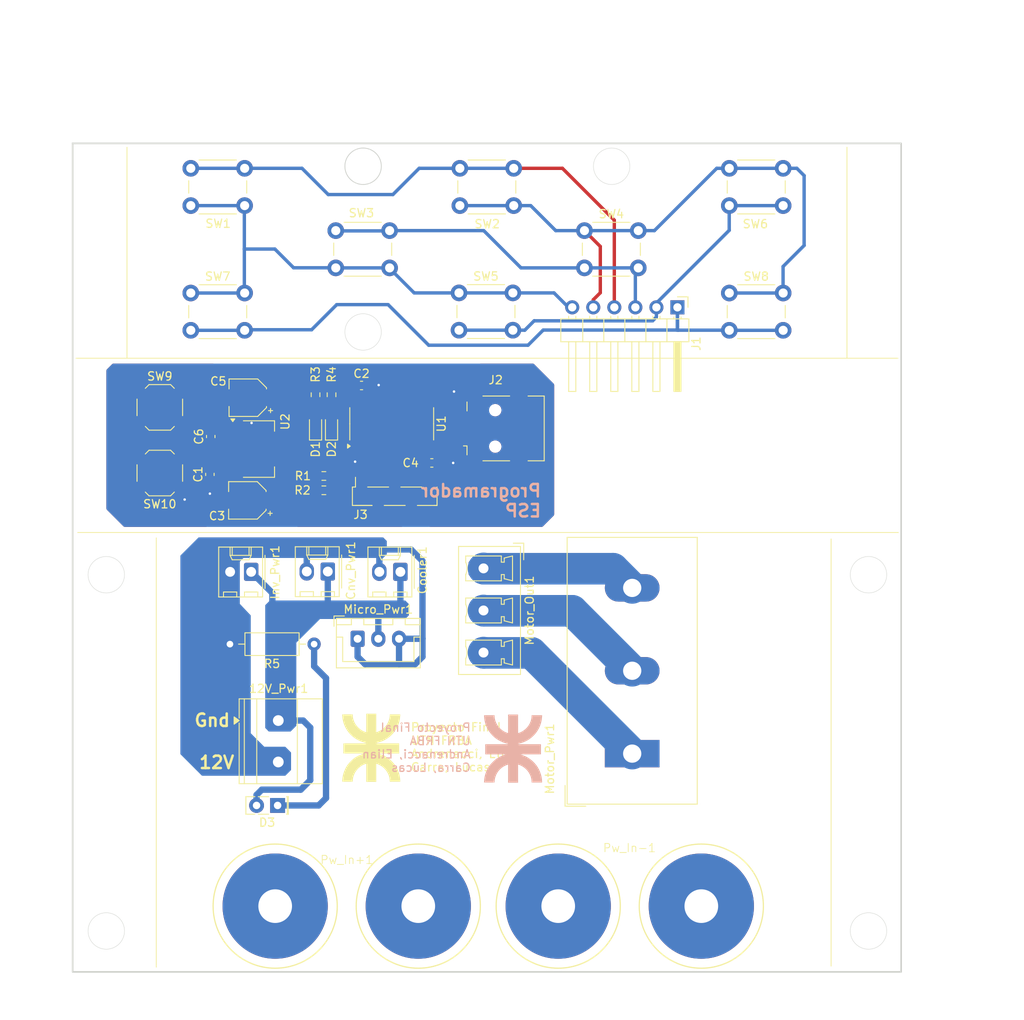
<source format=kicad_pcb>
(kicad_pcb (version 20241229) (generator "pcbnew") (generator_version "9.0")
  (layers (0 "F.Cu" signal) (2 "B.Cu" signal) (13 "F.Paste" user) (15 "B.Paste" user) (5 "F.SilkS" user "F.Silkscreen") (7 "B.SilkS" user "B.Silkscreen") (1 "F.Mask" user) (3 "B.Mask" user) (25 "Edge.Cuts" user))
  (net 0 "")
  (net 1 "/Interfaz de conexión/Gnd_Cnv")
  (net 2 "Net-(Motor_Out1-Pin_1)")
  (net 3 "Net-(Motor_Out1-Pin_3)")
  (net 4 "Net-(Motor_Out1-Pin_2)")
  (net 9 "/Interfaz de conexión/12V_Cnv")
  (net 10 "/Interfaz HMI/Matrix_0")
  (net 11 "/Interfaz HMI/Matrix_4")
  (net 12 "/Interfaz HMI/Matrix_2")
  (net 13 "/Interfaz HMI/Matrix_5")
  (net 14 "/Interfaz HMI/Matrix_1")
  (net 15 "/Interfaz HMI/Matrix_3")
  (net 16 "+5V")
  (net 17 "GND")
  (net 18 "+3.3V")
  (net 19 "Net-(U1-V3)")
  (net 20 "/ESP Programadora/Tx")
  (net 21 "Net-(D1-A)")
  (net 22 "/ESP Programadora/Rx")
  (net 23 "Net-(D2-A)")
  (net 24 "Net-(D3-K)")
  (net 25 "Net-(J2-D+)")
  (net 26 "Net-(J2-D-)")
  (net 28 "/ESP Programadora/BOOT_prog")
  (net 29 "/ESP Programadora/ENABLE")
  (net 30 "Net-(SW9-A)")
  (net 31 "Net-(SW10-A)")
  (footprint "LED_SMD:LED_0603_1608Metric_Pad1.05x0.95mm_HandSolder" (layer "F.Cu") (at 100.4888 66.888 90)
    (property "Reference" "D2")
    (property "Value" "LED")
  )
  (footprint "Button_Switch_THT:SW_PUSH_6mm" (layer "F.Cu") (at 148.5 35.7484)
    (property "Reference" "SW6")
    (property "Value" "SW_Push")
  )
  (footprint "Capacitor_SMD:C_0603_1608Metric" (layer "F.Cu") (at 112.5922 71.3076 180)
    (property "Reference" "C4")
    (property "Value" "1nF")
  )
  (footprint "Connector_JST:JST_XH_B3B-XH-A_1x03_P2.50mm_Vertical" (layer "F.Cu") (at 103.6358 92.5322)
    (property "Reference" "Micro_Pwr1")
    (property "Value" "Conn_01x03")
  )
  (footprint "Button_Switch_THT:SW_PUSH_6mm" (layer "F.Cu") (at 131.0144 43.2668)
    (property "Reference" "SW4")
    (property "Value" "SW_Push")
  )
  (footprint "Connector_Molex:Molex_KK-254_AE-6410-02A_1x02_P2.54mm_Vertical" (layer "F.Cu") (at 90.788 84.455 180)
    (property "Reference" "Inv_Pwr1")
    (property "Value" "Conn_01x02")
  )
  (footprint "Capacitor_SMD:CP_Elec_4x5.4" (layer "F.Cu") (at 90.3792 63.4336 180)
    (property "Reference" "C5")
    (property "Value" "22uF")
  )
  (footprint "Connector_USB:USB_Mini-B_Lumberg_2486_01_Horizontal" (layer "F.Cu") (at 120.25 67.142 90)
    (property "Reference" "J2")
    (property "Value" "USB_OTG")
  )
  (footprint "Connector_PinHeader_2.54mm:PinHeader_1x06_P2.54mm_Horizontal" (layer "F.Cu") (at 142.24 52.5272 -90)
    (property "Reference" "J1")
    (property "Value" "Conn_01x06")
  )
  (footprint "Resistor_SMD:R_0603_1608Metric" (layer "F.Cu") (at 98.5584 63.078 -90)
    (property "Reference" "R3")
    (property "Value" "221")
  )
  (footprint "BananaSocket_THT:BananaSocket - 2P - 4mm" (layer "F.Cu") (at 136.486 124.802)
    (property "Reference" "Pw_In-1")
    (property "Value" "Conn_01x02")
  )
  (footprint "Image:LogoUTN" (layer "F.Cu") (at 105.283 105.6894)
    (property "Reference" "G***" (hide yes))
    (property "Value" "LOGO" (hide yes))
  )
  (footprint "Button_Switch_SMD:SW_Push_1P1T_XKB_TS-1187A" (layer "F.Cu") (at 79.7624 72.5268 180)
    (property "Reference" "SW10")
    (property "Value" "SW_MEC_5E")
  )
  (footprint "Resistor_SMD:R_0603_1608Metric" (layer "F.Cu") (at 100.4888 63.078 -90)
    (property "Reference" "R4")
    (property "Value" "221")
  )
  (footprint "Package_TO_SOT_SMD:SOT-223-3_TabPin2" (layer "F.Cu") (at 91.7 69.6312)
    (property "Reference" "U2")
    (property "Value" "AMS1117-3.3")
  )
  (footprint "Connector_Phoenix_MC_HighVoltage:PhoenixContact_MCV_1,5_3-G-5.08_1x03_P5.08mm_Vertical" (layer "F.Cu") (at 118.833 84.035 -90)
    (property "Reference" "Motor_Out1")
    (property "Value" "Conn_01x03")
  )
  (footprint "Package_SO:SOIC-16_3.9x9.9mm_P1.27mm" (layer "F.Cu") (at 107.7532 66.5832 90)
    (property "Reference" "U1")
    (property "Value" "CH340C")
  )
  (footprint "TerminalBlock_Dinkle:TerminalBlock_Dinkle_DT-55-B01X-03_P10.00mm" (layer "F.Cu") (at 136.779 106.393 90)
    (property "Reference" "Motor_Pwr1")
    (property "Value" "Screw_Terminal_01x03")
  )
  (footprint "Resistor_THT:R_Axial_DIN0207_L6.3mm_D2.5mm_P10.16mm_Horizontal" (layer "F.Cu") (at 98.386 93.179 180)
    (property "Reference" "R5")
    (property "Value" "1.2k")
  )
  (footprint "Connector_Molex:Molex_KK-254_AE-6410-02A_1x02_P2.54mm_Vertical" (layer "F.Cu") (at 100.037 84.416 180)
    (property "Reference" "Cnv_Pwr1")
    (property "Value" "Conn_01x02")
  )
  (footprint "Button_Switch_SMD:SW_Push_1P1T_XKB_TS-1187A" (layer "F.Cu") (at 79.7624 64.602)
    (property "Reference" "SW9")
    (property "Value" "SW_MEC_5E")
  )
  (footprint "Connector_Molex:Molex_KK-254_AE-6410-02A_1x02_P2.54mm_Vertical" (layer "F.Cu") (at 108.8 84.455 180)
    (property "Reference" "Cooler1")
    (property "Value" "Conn_01x02")
  )
  (footprint "TerminalBlock_Phoenix:TerminalBlock_Phoenix_MKDS-1,5-2_1x02_P5.00mm_Horizontal" (layer "F.Cu") (at 94.0615 102.402 -90)
    (property "Reference" "12V_Pwr1")
    (property "Value" "Screw_Terminal_01x02")
  )
  (footprint "Capacitor_SMD:C_0603_1608Metric" (layer "F.Cu") (at 85.9092 68.1202 90)
    (property "Reference" "C6")
    (property "Value" "1uF")
  )
  (footprint "Button_Switch_THT:SW_PUSH_6mm" (layer "F.Cu") (at 148.5 50.8)
    (property "Reference" "SW8")
    (property "Value" "SW_Push")
  )
  (footprint "Button_Switch_THT:SW_PUSH_6mm" (layer "F.Cu") (at 107.5 47.7668 180)
    (property "Reference" "SW3")
    (property "Value" "SW_Push")
  )
  (footprint "BananaSocket_THT:BananaSocket - 2P - 4mm" (layer "F.Cu") (at 102.323 124.802)
    (property "Reference" "Pw_In+1")
    (property "Value" "Conn_01x02")
  )
  (footprint "Resistor_SMD:R_0603_1608Metric" (layer "F.Cu") (at 99.5622 72.8824 180)
    (property "Reference" "R1")
    (property "Value" "221")
  )
  (footprint "Button_Switch_THT:SW_PUSH_6mm" (layer "F.Cu") (at 83.5 50.8)
    (property "Reference" "SW7")
    (property "Value" "SW_Push")
  )
  (footprint "Resistor_SMD:R_0603_1608Metric" (layer "F.Cu") (at 99.5622 74.6096 180)
    (property "Reference" "R2")
    (property "Value" "221")
  )
  (footprint "Button_Switch_THT:SW_PUSH_6mm" (layer "F.Cu") (at 122.4776 40.2484 180)
    (property "Reference" "SW2")
    (property "Value" "SW_Push")
  )
  (footprint "Button_Switch_THT:SW_PUSH_6mm" (layer "F.Cu") (at 90 40.2484 180)
    (property "Reference" "SW1")
    (property "Value" "SW_Push")
  )
  (footprint "Capacitor_SMD:C_0603_1608Metric" (layer "F.Cu") (at 104.1086 61.9604)
    (property "Reference" "C2")
    (property "Value" "1nF")
  )
  (footprint "Connector_PinHeader_2.00mm:PinHeader_1x05_P2.00mm_Vertical_SMD_Pin1Right" (layer "F.Cu") (at 108.1154 75.3284 90)
    (property "Reference" "J3")
    (property "Value" "Conn_01x05_Pin")
  )
  (footprint "LED_THT:LED_Rectangular_W5.0mm_H2.0mm" (layer "F.Cu") (at 93.98 112.649 180)
    (property "Reference" "D3")
    (property "Value" "LED_Green")
  )
  (footprint "LED_SMD:LED_0603_1608Metric_Pad1.05x0.95mm_HandSolder" (layer "F.Cu") (at 98.5584 66.888 90)
    (property "Reference" "D1")
    (property "Value" "LED")
  )
  (footprint "Capacitor_SMD:CP_Elec_4x5.4" (layer "F.Cu") (at 90.3284 75.8288 180)
    (property "Reference" "C3")
    (property "Value" "10uF")
  )
  (footprint "Button_Switch_THT:SW_PUSH_6mm" (layer "F.Cu") (at 115.876 50.7852)
    (property "Reference" "SW5")
    (property "Value" "SW_Push")
  )
  (footprint "Image:LogoUTN" (layer "F.Cu") (at 122.4026 105.791)
    (property "Reference" "G***" (hide yes))
    (property "Value" "LOGO" (hide yes))
  )
  (footprint "Capacitor_SMD:C_0603_1608Metric" (layer "F.Cu") (at 85.8076 72.6922 -90)
    (property "Reference" "C1")
    (property "Value" "1uF")
  )
  (gr_poly (pts (xy 92.964 103.632) (xy 95.504 103.632) (xy 96.139 102.997) (xy 96.139 92.964) (xy 99.06 90.043) (xy 109.347 90.043) (xy 109.728 89.662) (xy 109.728 88.392) (xy 109.347 88.011) (xy 93.091 88.011) (xy 92.583 88.519) (xy 92.583 103.251)) (stroke (width 0.2)) (fill yes) (layer "B.Cu") (net 9))
  (gr_poly (pts (xy 106.68 82.677) (xy 107.061 82.296) (xy 107.061 80.772) (xy 106.68 80.391) (xy 84.487 80.391) (xy 82.344 82.534) (xy 82.344 106.418) (xy 84.892 108.966) (xy 94.869 108.966) (xy 95.504 108.331) (xy 95.504 106.299) (xy 94.869 105.664) (xy 92.329 105.664) (xy 90.639 103.974) (xy 90.639 89.75) (xy 89.321 88.35875) (xy 89.321 83.177) (xy 89.821 82.677)) (stroke (width 0.2)) (fill yes) (layer "B.Cu") (net 1))
  (gr_line (start 79.336 80.352) (end 79.336 132.168) (stroke (width 0.1)) (layer "F.SilkS"))
  (gr_line (start 69.6468 58.674) (end 168.8592 58.674) (stroke (width 0.1)) (layer "F.SilkS"))
  (gr_line (start 75.8 58.6) (end 75.8 33.2) (stroke (width 0.1)) (layer "F.SilkS"))
  (gr_line (start 160.788 80.479) (end 160.788 132.041) (stroke (width 0.1)) (layer "F.SilkS"))
  (gr_line (start 162.7 58.6) (end 162.7 33.2) (stroke (width 0.1)) (layer "F.SilkS"))
  (gr_line (start 69.85 79.7052) (end 168.91 79.7052) (stroke (width 0.1)) (layer "F.SilkS"))
  (gr_circle (center 134.3 35.5) (end 136.5 35.5) (stroke (width 0.05)) (fill no) (layer "Edge.Cuts"))
  (gr_circle (center 104.3 35.5) (end 106.5 35.5) (stroke (width 0.1)) (fill no) (layer "Edge.Cuts"))
  (gr_circle (center 73.3 127.8) (end 75.5 127.8) (stroke (width 0.05)) (fill no) (layer "Edge.Cuts"))
  (gr_circle (center 104.3 55.5) (end 106.5 55.5) (stroke (width 0.05)) (fill no) (layer "Edge.Cuts"))
  (gr_circle (center 165.3 127.8) (end 167.5 127.8) (stroke (width 0.05)) (fill no) (layer "Edge.Cuts"))
  (gr_circle (center 165.3 84.8) (end 167.5 84.8) (stroke (width 0.05)) (fill no) (layer "Edge.Cuts"))
  (gr_circle (center 73.3 84.8) (end 75.5 84.8) (stroke (width 0.05)) (fill no) (layer "Edge.Cuts"))
  (gr_rect (start 69.2404 32.7404) (end 169.2404 132.7404) (stroke (width 0.2)) (fill no) (layer "Edge.Cuts"))
  (gr_text "Proyecto Final \nUTN FRBA\nAndrenacci, Elian\nCarra, Lucas" (at 109.982 108.6104 0) (layer "F.SilkS") (effects (font (size 1 1)) (justify left bottom)))
  (gr_text "Gnd" (at 88.392 103.251 0) (layer "F.SilkS") (effects (font (size 1.5 1.5) (thickness 0.3) (bold yes)) (justify right bottom)))
  (gr_text "12V" (at 88.9 108.331 0) (layer "F.SilkS") (effects (font (size 1.5 1.5) (thickness 0.3) (bold yes)) (justify right bottom)))
  (gr_text "Programador\nESP" (at 125.9396 77.9624 0) (layer "B.SilkS") (effects (font (size 1.5 1.5) (thickness 0.3) (bold yes)) (justify left bottom mirror)))
  (gr_text "Proyecto Final \nUTN FRBA\nAndrenacci, Elian\nCarra, Lucas" (at 117.3734 108.6612 0) (layer "B.SilkS") (effects (font (size 1 1)) (justify left bottom mirror)))
  (segment (start 111.467 92.5068) (end 111.467 83.146) (width 0.762) (layer "B.Cu") (net 1))
  (segment (start 104.5328 95.592) (end 108.6612 95.592) (width 0.762) (layer "B.Cu") (net 1))
  (segment (start 103.632 94.6912) (end 104.5328 95.592) (width 0.762) (layer "B.Cu") (net 1))
  (segment (start 110.07 81.749) (end 106.006 81.749) (width 0.762) (layer "B.Cu") (net 1))
  (segment (start 97.497 84.416) (end 97.497 82.081) (width 0.762) (layer "B.Cu") (net 1))
  (segment (start 103.632 92.536) (end 103.632 94.6912) (width 0.762) (layer "B.Cu") (net 1))
  (segment (start 111.467 94.703) (end 111.467 92.5068) (width 0.762) (layer "B.Cu") (net 1))
  (segment (start 111.467 92.5068) (end 111.4416 92.5322) (width 0.762) (layer "B.Cu") (net 1))
  (segment (start 103.6358 92.5322) (end 103.632 92.536) (width 0.762) (layer "B.Cu") (net 1))
  (segment (start 111.4416 92.5322) (end 108.6358 92.5322) (width 0.762) (layer "B.Cu") (net 1))
  (segment (start 108.6612 95.592) (end 110.578 95.592) (width 0.762) (layer "B.Cu") (net 1))
  (segment (start 111.467 83.146) (end 110.07 81.749) (width 0.762) (layer "B.Cu") (net 1))
  (segment (start 106.26 84.455) (end 106.26 81.749) (width 0.762) (layer "B.Cu") (net 1))
  (segment (start 108.6358 95.5666) (end 108.6612 95.592) (width 0.762) (layer "B.Cu") (net 1))
  (segment (start 110.578 95.592) (end 111.467 94.703) (width 0.762) (layer "B.Cu") (net 1))
  (segment (start 108.6358 92.5322) (end 108.6358 95.5666) (width 0.762) (layer "B.Cu") (net 1))
  (segment (start 106.26 81.749) (end 106.045 81.534) (width 0.762) (layer "B.Cu") (net 1))
  (segment (start 134.46 84.074) (end 136.779 86.393) (width 3.81) (layer "B.Cu") (net 2))
  (segment (start 118.833 84.035) (end 118.872 84.074) (width 3.81) (layer "B.Cu") (net 2))
  (segment (start 118.872 84.074) (end 134.46 84.074) (width 3.81) (layer "B.Cu") (net 2))
  (segment (start 118.833 94.195) (end 118.872 94.234) (width 3.81) (layer "B.Cu") (net 3))
  (segment (start 124.62 94.234) (end 136.779 106.393) (width 3.81) (layer "B.Cu") (net 3))
  (segment (start 118.872 94.234) (end 124.62 94.234) (width 3.81) (layer "B.Cu") (net 3))
  (segment (start 118.833 89.115) (end 118.872 89.154) (width 3.81) (layer "B.Cu") (net 4))
  (segment (start 118.872 89.154) (end 129.54 89.154) (width 3.81) (layer "B.Cu") (net 4))
  (segment (start 129.54 89.154) (end 136.779 96.393) (width 3.81) (layer "B.Cu") (net 4))
  (segment (start 108.8 84.455) (end 108.8 88.48) (width 0.762) (layer "B.Cu") (net 9))
  (segment (start 91.44 111.379) (end 91.44 112.649) (width 0.762) (layer "B.Cu") (net 9))
  (segment (start 97.068 102.402) (end 97.917 103.251) (width 0.762) (layer "B.Cu") (net 9))
  (segment (start 93.345 87.012) (end 93.345 89.281) (width 0.762) (layer "B.Cu") (net 9))
  (segment (start 97.917 109.601) (end 96.774 110.744) (width 0.762) (layer "B.Cu") (net 9))
  (segment (start 93.345 89.281) (end 94.488 90.424) (width 0.762) (layer "B.Cu") (net 9))
  (segment (start 92.075 110.744) (end 91.44 111.379) (width 0.762) (layer "B.Cu") (net 9))
  (segment (start 108.253 89.027) (end 107.315 89.027) (width 0.762) (layer "B.Cu") (net 9))
  (segment (start 97.917 103.251) (end 97.917 109.601) (width 0.762) (layer "B.Cu") (net 9))
  (segment (start 108.8 88.48) (end 108.253 89.027) (width 0.762) (layer "B.Cu") (net 9))
  (segment (start 100.037 84.416) (end 100.037 89.242) (width 0.762) (layer "B.Cu") (net 9))
  (segment (start 96.774 110.744) (end 92.075 110.744) (width 0.762) (layer "B.Cu") (net 9))
  (segment (start 106.1358 92.5322) (end 106.1358 89.1686) (width 0.762) (layer "B.Cu") (net 9))
  (segment (start 94.0615 102.402) (end 97.068 102.402) (width 0.762) (layer "B.Cu") (net 9))
  (segment (start 90.788 84.455) (end 93.345 87.012) (width 0.762) (layer "B.Cu") (net 9))
  (segment (start 148.5 55.3) (end 148.4852 55.2852) (width 0.4064) (layer "B.Cu") (net 10))
  (segment (start 90 55.3) (end 90.0656 55.2344) (width 0.4064) (layer "B.Cu") (net 10))
  (segment (start 124.206 57.0992) (end 126.0348 55.2704) (width 0.4064) (layer "B.Cu") (net 10))
  (segment (start 90.0656 55.2344) (end 98.08 55.2344) (width 0.4064) (layer "B.Cu") (net 10))
  (segment (start 83.5 55.3) (end 90 55.3) (width 0.4064) (layer "B.Cu") (net 10))
  (segment (start 101.1144 52.2) (end 107.318 52.2) (width 0.4064) (layer "B.Cu") (net 10))
  (segment (start 112.2172 57.0992) (end 124.206 57.0992) (width 0.4064) (layer "B.Cu") (net 10))
  (segment (start 142.3056 55.2852) (end 142.24 55.2196) (width 0.4064) (layer "B.Cu") (net 10))
  (segment (start 98.08 55.2344) (end 101.1144 52.2) (width 0.4064) (layer "B.Cu") (net 10))
  (segment (start 126.0348 55.2704) (end 142.1384 55.2704) (width 0.4064) (layer "B.Cu") (net 10))
  (segment (start 155 55.3) (end 148.5 55.3) (width 0.4064) (layer "B.Cu") (net 10))
  (segment (start 148.4852 55.2852) (end 142.3056 55.2852) (width 0.4064) (layer "B.Cu") (net 10))
  (segment (start 142.24 55.2196) (end 142.24 52.5272) (width 0.4064) (layer "B.Cu") (net 10))
  (segment (start 142.24 55.1688) (end 142.24 52.5272) (width 0.4064) (layer "B.Cu") (net 10))
  (segment (start 107.318 52.2) (end 112.2172 57.0992) (width 0.4064) (layer "B.Cu") (net 10))
  (segment (start 142.1384 55.2704) (end 142.24 55.1688) (width 0.4064) (layer "B.Cu") (net 10))
  (segment (start 132.93 45.1824) (end 131.0144 43.2668) (width 0.4064) (layer "F.Cu") (net 11))
  (segment (start 132.08 52.5272) (end 132.08 51.6128) (width 0.4064) (layer "F.Cu") (net 11))
  (segment (start 132.08 51.6128) (end 132.93 50.7628) (width 0.4064) (layer "F.Cu") (net 11))
  (segment (start 132.93 50.7628) (end 132.93 45.1824) (width 0.4064) (layer "F.Cu") (net 11))
  (segment (start 154.9896 50.7896) (end 154.9896 47.6008) (width 0.4064) (layer "B.Cu") (net 11))
  (segment (start 115.9776 40.2484) (end 122.4776 40.2484) (width 0.4064) (layer "B.Cu") (net 11))
  (segment (start 146.9792 35.7484) (end 139.4608 43.2668) (width 0.4064) (layer "B.Cu") (net 11))
  (segment (start 155 35.7484) (end 148.5 35.7484) (width 0.4064) (layer "B.Cu") (net 11))
  (segment (start 156.6524 35.7484) (end 155 35.7484) (width 0.4064) (layer "B.Cu") (net 11))
  (segment (start 155 50.8) (end 148.5 50.8) (width 0.4064) (layer "B.Cu") (net 11))
  (segment (start 154.9896 47.6008) (end 157.5308 45.0596) (width 0.4064) (layer "B.Cu") (net 11))
  (segment (start 157.5308 36.6268) (end 156.6524 35.7484) (width 0.4064) (layer "B.Cu") (net 11))
  (segment (start 148.5 35.7484) (end 146.9792 35.7484) (width 0.4064) (layer "B.Cu") (net 11))
  (segment (start 131.0144 43.2668) (end 137.5144 43.2668) (width 0.4064) (layer "B.Cu") (net 11))
  (segment (start 127.544 43.2668) (end 131.0144 43.2668) (width 0.4064) (layer "B.Cu") (net 11))
  (segment (start 139.4608 43.2668) (end 137.5144 43.2668) (width 0.4064) (layer "B.Cu") (net 11))
  (segment (start 122.4776 40.2484) (end 124.5256 40.2484) (width 0.4064) (layer "B.Cu") (net 11))
  (segment (start 155 50.8) (end 154.9896 50.7896) (width 0.4064) (layer "B.Cu") (net 11))
  (segment (start 157.5308 45.0596) (end 157.5308 36.6268) (width 0.4064) (layer "B.Cu") (net 11))
  (segment (start 124.5256 40.2484) (end 127.544 43.2668) (width 0.4064) (layer "B.Cu") (net 11))
  (segment (start 137.16 52.5272) (end 137.16 48.1212) (width 0.4064) (layer "B.Cu") (net 12))
  (segment (start 118.8572 43.2668) (end 107.5 43.2668) (width 0.4064) (layer "B.Cu") (net 12))
  (segment (start 101.06 43.3) (end 107.22 43.3) (width 0.4064) (layer "B.Cu") (net 12))
  (segment (start 137.5144 47.7668) (end 131.0144 47.7668) (width 0.4064) (layer "B.Cu") (net 12))
  (segment (start 100.89 43.47) (end 101.06 43.3) (width 0.4064) (layer "B.Cu") (net 12))
  (segment (start 131.0144 47.7668) (end 123.3572 47.7668) (width 0.4064) (layer "B.Cu") (net 12))
  (segment (start 137.16 48.1212) (end 137.5144 47.7668) (width 0.4064) (layer "B.Cu") (net 12))
  (segment (start 107.22 43.3) (end 107.39 43.47) (width 0.4064) (layer "B.Cu") (net 12))
  (segment (start 123.3572 47.7668) (end 118.8572 43.2668) (width 0.4064) (layer "B.Cu") (net 12))
  (segment (start 89.9656 45.4914) (end 89.9656 50.7) (width 0.4064) (layer "B.Cu") (net 13))
  (segment (start 83.5 40.2484) (end 90 40.2484) (width 0.4064) (layer "B.Cu") (net 13))
  (segment (start 100.9408 47.7668) (end 101 47.7668) (width 0.4064) (layer "B.Cu") (net 13))
  (segment (start 110.4592 50.7852) (end 107.5 47.826) (width 0.4064) (layer "B.Cu") (net 13))
  (segment (start 101 47.7668) (end 107.5 47.7668) (width 0.4064) (layer "B.Cu") (net 13))
  (segment (start 115.876 50.7852) (end 122.376 50.7852) (width 0.4064) (layer "B.Cu") (net 13))
  (segment (start 93.6498 45.4914) (end 95.9104 47.752) (width 0.4064) (layer "B.Cu") (net 13))
  (segment (start 89.9656 50.7) (end 90 50.7344) (width 0.4064) (layer "B.Cu") (net 13))
  (segment (start 100.926 47.752) (end 100.9408 47.7668) (width 0.4064) (layer "B.Cu") (net 13))
  (segment (start 122.376 50.7852) (end 127.3408 50.7852) (width 0.4064) (layer "B.Cu") (net 13))
  (segment (start 90 40.2484) (end 89.9656 40.2828) (width 0.4064) (layer "B.Cu") (net 13))
  (segment (start 115.876 50.7852) (end 110.4592 50.7852) (width 0.4064) (layer "B.Cu") (net 13))
  (segment (start 90 50.7344) (end 90 50.8) (width 0.4064) (layer "B.Cu") (net 13))
  (segment (start 107.5 47.826) (end 107.5 47.7668) (width 0.4064) (layer "B.Cu") (net 13))
  (segment (start 89.9656 45.4914) (end 93.6498 45.4914) (width 0.4064) (layer "B.Cu") (net 13))
  (segment (start 83.5 50.8) (end 90 50.8) (width 0.4064) (layer "B.Cu") (net 13))
  (segment (start 129.0828 52.5272) (end 129.54 52.5272) (width 0.4064) (layer "B.Cu") (net 13))
  (segment (start 95.9104 47.752) (end 100.926 47.752) (width 0.4064) (layer "B.Cu") (net 13))
  (segment (start 89.9656 40.2828) (end 89.9656 45.4914) (width 0.4064) (layer "B.Cu") (net 13))
  (segment (start 127.3408 50.7852) (end 129.0828 52.5272) (width 0.4064) (layer "B.Cu") (net 13))
  (segment (start 148.5 40.2484) (end 155 40.2484) (width 0.4064) (layer "B.Cu") (net 14))
  (segment (start 124.9468 54.1528) (end 139.2428 54.1528) (width 0.4064) (layer "B.Cu") (net 14))
  (segment (start 139.7 52.0192) (end 148.4896 43.2296) (width 0.4064) (layer "B.Cu") (net 14))
  (segment (start 148.4896 40.2588) (end 148.5 40.2484) (width 0.4064) (layer "B.Cu") (net 14))
  (segment (start 122.376 55.2852) (end 123.8144 55.2852) (width 0.4064) (layer "B.Cu") (net 14))
  (segment (start 139.7 52.5272) (end 139.7 52.0192) (width 0.4064) (layer "B.Cu") (net 14))
  (segment (start 123.8144 55.2852) (end 124.9468 54.1528) (width 0.4064) (layer "B.Cu") (net 14))
  (segment (start 139.2428 54.1528) (end 139.7 53.6956) (width 0.4064) (layer "B.Cu") (net 14))
  (segment (start 148.4896 43.2296) (end 148.4896 40.2588) (width 0.4064) (layer "B.Cu") (net 14))
  (segment (start 139.7 53.6956) (end 139.7 52.5272) (width 0.4064) (layer "B.Cu") (net 14))
  (segment (start 115.876 55.2852) (end 122.376 55.2852) (width 0.4064) (layer "B.Cu") (net 14))
  (segment (start 134.62 52.5272) (end 134.62 42.0116) (width 0.4064) (layer "F.Cu") (net 15))
  (segment (start 128.3568 35.7484) (end 122.4776 35.7484) (width 0.4064) (layer "F.Cu") (net 15))
  (segment (start 134.62 42.0116) (end 128.3568 35.7484) (width 0.4064) (layer "F.Cu") (net 15))
  (segment (start 111.0636 35.7484) (end 115.9776 35.7484) (width 0.4064) (layer "B.Cu") (net 15))
  (segment (start 115.9776 35.7484) (end 122.4776 35.7484) (width 0.4064) (layer "B.Cu") (net 15))
  (segment (start 100.0908 38.9128) (end 107.8992 38.9128) (width 0.4064) (layer "B.Cu") (net 15))
  (segment (start 83.5 35.7484) (end 90 35.7484) (width 0.4064) (layer "B.Cu") (net 15))
  (segment (start 90 35.7484) (end 96.9264 35.7484) (width 0.4064) (layer "B.Cu") (net 15))
  (segment (start 107.8992 38.9128) (end 111.0636 35.7484) (width 0.4064) (layer "B.Cu") (net 15))
  (segment (start 96.9264 35.7484) (end 100.0908 38.9128) (width 0.4064) (layer "B.Cu") (net 15))
  (segment (start 85.8216 71.9312) (end 85.8076 71.9172) (width 0.4064) (layer "F.Cu") (net 16))
  (segment (start 84.8932 69.7992) (end 84.8932 62.1636) (width 0.4064) (layer "F.Cu") (net 16))
  (segment (start 85.8076 71.9172) (end 85.8076 70.7136) (width 0.4064) (layer "F.Cu") (net 16))
  (segment (start 87.0268 60.03) (end 117.6464 60.03) (width 0.4064) (layer "F.Cu") (net 16))
  (segment (start 88.55 71.9312) (end 85.8216 71.9312) (width 0.4064) (layer "F.Cu") (net 16))
  (segment (start 118.9542 68.5962) (end 118.8084 68.742) (width 0.4064) (layer "F.Cu") (net 16))
  (segment (start 85.8076 70.7136) (end 84.8932 69.7992) (width 0.4064) (layer "F.Cu") (net 16))
  (segment (start 118.9542 61.3378) (end 118.9542 68.5962) (width 0.4064) (layer "F.Cu") (net 16))
  (segment (start 118.8084 68.742) (end 117.55 68.742) (width 0.4064) (layer "F.Cu") (net 16))
  (segment (start 92.1284 72.93469) (end 91.12491 71.9312) (width 0.4064) (layer "F.Cu") (net 16))
  (segment (start 84.8932 62.1636) (end 87.0268 60.03) (width 0.4064) (layer "F.Cu") (net 16))
  (segment (start 92.1284 75.8288) (end 92.1284 72.93469) (width 0.4064) (layer "F.Cu") (net 16))
  (segment (start 91.12491 71.9312) (end 88.55 71.9312) (width 0.4064) (layer "F.Cu") (net 16))
  (segment (start 117.6464 60.03) (end 118.9542 61.3378) (width 0.4064) (layer "F.Cu") (net 16))
  (segment (start 113.5444 61.9604) (end 104.8836 61.9604) (width 0.4064) (layer "F.Cu") (net 17))
  (segment (start 76.7624 62.727) (end 76.0494 62.727) (width 0.4064) (layer "F.Cu") (net 17))
  (segment (start 82.7624 74.4018) (end 82.7624 75.7244) (width 0.4064) (layer "F.Cu") (net 17))
  (segment (start 85.8076 73.4672) (end 85.8076 75.016) (width 0.4064) (layer "F.Cu") (net 17))
  (segment (start 88.55 63.4628) (end 88.5792 63.4336) (width 0.4064) (layer "F.Cu") (net 17))
  (segment (start 76.2018 74.4018) (end 76.7624 74.4018) (width 0.4064) (layer "F.Cu") (net 17))
  (segment (start 75.6476 63.1288) (end 75.6476 73.8476) (width 0.4064) (layer "F.Cu") (net 17))
  (segment (start 117.65 62.692) (end 115.2716 62.692) (width 0.4064) (layer "F.Cu") (net 17))
  (segment (start 113.3672 71.3076) (end 115.17 71.3076) (width 0.4064) (layer "F.Cu") (net 17))
  (segment (start 88.5792 63.4336) (end 88.5792 65.3416) (width 0.4064) (layer "F.Cu") (net 17))
  (segment (start 89.6684 66.4308) (end 90.786 66.4308) (width 0.4064) (layer "F.Cu") (net 17))
  (segment (start 103.3082 69.0582) (end 103.3336 69.0836) (width 0.3556) (layer "F.Cu") (net 17))
  (segment (start 117.65 71.592) (end 123.1 71.592) (width 0.4064) (layer "F.Cu") (net 17))
  (segment (start 104.1154 71.9878) (end 103.3336 71.206) (width 0.3556) (layer "F.Cu") (net 17))
  (segment (start 104.8836 61.2752) (end 104.8836 61.9604) (width 0.4064) (layer "F.Cu") (net 17))
  (segment (start 88.5792 65.3416) (end 89.6684 66.4308) (width 0.4064) (layer "F.Cu") (net 17))
  (segment (start 117.3656 71.3076) (end 117.65 71.592) (width 0.4064) (layer "F.Cu") (net 17))
  (segment (start 104.502 60.8936) (end 104.8836 61.2752) (width 0.4064) (layer "F.Cu") (net 17))
  (segment (start 82.7624 75.7244) (end 82.7596 75.7272) (width 0.4064) (layer "F.Cu") (net 17))
  (segment (start 90.786 66.4308) (end 90.8368 66.4816) (width 0.4064) (layer "F.Cu") (net 17))
  (segment (start 114.276 62.692) (end 114.1032 62.5192) (width 0.4064) (layer "F.Cu") (net 17))
  (segment (start 82.7624 74.4018) (end 76.7624 74.4018) (width 0.4064) (layer "F.Cu") (net 17))
  (segment (start 104.1154 74.1534) (end 104.1154 71.9878) (width 0.3556) (layer "F.Cu") (net 17))
  (segment (start 115.2716 62.692) (end 114.276 62.692) (width 0.4064) (layer "F.Cu") (net 17))
  (segment (start 103.3336 69.0836) (end 103.3336 71.1552) (width 0.3556) (layer "F.Cu") (net 17))
  (segment (start 88.5792 63.4336) (end 91.1192 60.8936) (width 0.4064) (layer "F.Cu") (net 17))
  (segment (start 117.55 62.792) (end 117.65 62.692) (width 0.4064) (layer "F.Cu") (net 17))
  (segment (start 117.55 65.542) (end 117.55 62.792) (width 0.4064) (layer "F.Cu") (net 17))
  (segment (start 76.0494 62.727) (end 75.6476 63.1288) (width 0.4064) (layer "F.Cu") (net 17))
  (segment (start 114.1032 62.5192) (end 113.5444 61.9604) (width 0.4064) (layer "F.Cu") (net 17))
  (segment (start 85.8076 75.016) (end 85.8076 75.1684) (width 0.4064) (layer "F.Cu") (net 17))
  (segment (start 76.7624 62.727) (end 82.7624 62.727) (width 0.4064) (layer "F.Cu") (net 17))
  (segment (start 103.3336 71.1552) (end 103.3336 71.206) (width 0.3556) (layer "F.Cu") (net 17))
  (segment (start 88.55 67.3312) (end 88.55 63.4628) (width 0.4064) (layer "F.Cu") (net 17))
  (segment (start 86.468 75.8288) (end 88.5284 75.8288) (width 0.4064) (layer "F.Cu") (net 17))
  (segment (start 85.9092 67.3452) (end 88.536 67.3452) (width 0.4064) (layer "F.Cu") (net 17))
  (segment (start 91.1192 60.8936) (end 104.502 60.8936) (width 0.4064) (layer "F.Cu") (net 17))
  (segment (start 123.1 62.692) (end 123.1 71.592) (width 0.4064) (layer "F.Cu") (net 17))
  (segment (start 85.8076 75.1684) (end 86.468 75.8288) (width 0.4064) (layer "F.Cu") (net 17))
  (segment (start 75.6476 73.8476) (end 76.2018 74.4018) (width 0.4064) (layer "F.Cu") (net 17))
  (segment (start 88.536 67.3452) (end 88.55 67.3312) (width 0.4064) (layer "F.Cu") (net 17))
  (segment (start 115.17 71.3076) (end 117.3656 71.3076) (width 0.4064) (layer "F.Cu") (net 17))
  (via (at 106.1784 61.9096) (size 0.6) (drill 0.3) (layers "F.Cu" "B.Cu") (net 17))
  (via (at 90.8368 66.4816) (size 0.6) (drill 0.3) (layers "F.Cu" "B.Cu") (net 17))
  (via (at 103.3336 71.1552) (size 0.6) (drill 0.3) (layers "F.Cu" "B.Cu") (net 17))
  (via (at 115.2716 62.692) (size 0.6) (drill 0.3) (layers "F.Cu" "B.Cu") (net 17))
  (via (at 85.8076 75.016) (size 0.6) (drill 0.3) (layers "F.Cu" "B.Cu") (net 17))
  (via (at 82.7596 75.7272) (size 0.6) (drill 0.3) (layers "F.Cu" "B.Cu") (net 17))
  (via (at 115.17 71.3076) (size 0.6) (drill 0.3) (layers "F.Cu" "B.Cu") (net 17))
  (segment (start 99.0564 67.8532) (end 100.428 69.2248) (width 0.4064) (layer "B.Cu") (net 17))
  (segment (start 103.3336 71.1552) (end 102.3584 71.1552) (width 0.3556) (layer "B.Cu") (net 17))
  (segment (start 83.4708 75.016) (end 85.8076 75.016) (width 0.4064) (layer "B.Cu") (net 17))
  (segment (start 100.428 69.2248) (end 106.9608 62.692) (width 0.4064) (layer "B.Cu") (net 17))
  (segment (start 115.2716 62.692) (end 106.9608 62.692) (width 0.4064) (layer "B.Cu") (net 17))
  (segment (start 85.8076 75.016) (end 85.8076 74.254) (width 0.4064) (layer "B.Cu") (net 17))
  (segment (start 102.3584 71.1552) (end 100.428 69.2248) (width 0.3556) (layer "B.Cu") (net 17))
  (segment (start 115.2716 71.206) (end 115.2716 62.692) (width 0.4064) (layer "B.Cu") (net 17))
  (segment (start 82.7596 75.7272) (end 83.4708 75.016) (width 0.4064) (layer "B.Cu") (net 17))
  (segment (start 90.8368 66.4816) (end 92.2084 67.8532) (width 0.4064) (layer "B.Cu") (net 17))
  (segment (start 92.2084 67.8532) (end 99.0564 67.8532) (width 0.4064) (layer "B.Cu") (net 17))
  (segment (start 115.17 71.3076) (end 115.2716 71.206) (width 0.4064) (layer "B.Cu") (net 17))
  (segment (start 85.8076 74.254) (end 92.2084 67.8532) (width 0.4064) (layer "B.Cu") (net 17))
  (segment (start 106.9608 62.692) (end 106.1784 61.9096) (width 0.4064) (layer "B.Cu") (net 17))
  (segment (start 94.85 69.6312) (end 90.9384 69.6312) (width 0.4064) (layer "F.Cu") (net 18))
  (segment (start 97.3514 62.253) (end 96.7804 62.824) (width 0.4064) (layer "F.Cu") (net 18))
  (segment (start 100.4888 62.253) (end 101.6186 62.253) (width 0.4064) (layer "F.Cu") (net 18))
  (segment (start 90.9384 69.6312) (end 92.1792 68.3904) (width 0.4064) (layer "F.Cu") (net 18))
  (segment (start 96.12 69.6312) (end 96.7804 68.9708) (width 0.4064) (layer "F.Cu") (net 18))
  (segment (start 96.7296 63.4336) (end 96.7804 63.3828) (width 0.4064) (layer "F.Cu") (net 18))
  (segment (start 103.3336 61.9604) (end 103.3336 64.0828) (width 0.4064) (layer "F.Cu") (net 18))
  (segment (start 92.1792 63.4336) (end 96.7296 63.4336) (width 0.4064) (layer "F.Cu") (net 18))
  (segment (start 103.3336 64.0828) (end 103.3082 64.1082) (width 0.3556) (layer "F.Cu") (net 18))
  (segment (start 96.7804 63.3828) (end 96.7804 62.824) (width 0.4064) (layer "F.Cu") (net 18))
  (segment (start 98.5584 62.253) (end 97.3514 62.253) (width 0.4064) (layer "F.Cu") (net 18))
  (segment (start 87.3316 69.6312) (end 86.5956 68.8952) (width 0.4064) (layer "F.Cu") (net 18))
  (segment (start 101.9112 61.9604) (end 103.3336 61.9604) (width 0.4064) (layer "F.Cu") (net 18))
  (segment (start 86.5956 68.8952) (end 85.9092 68.8952) (width 0.4064) (layer "F.Cu") (net 18))
  (segment (start 98.5584 62.253) (end 100.4888 62.253) (width 0.4064) (layer "F.Cu") (net 18))
  (segment (start 92.1792 68.3904) (end 92.1792 63.4336) (width 0.4064) (layer "F.Cu") (net 18))
  (segment (start 88.55 69.6312) (end 87.3316 69.6312) (width 0.4064) (layer "F.Cu") (net 18))
  (segment (start 88.55 69.6312) (end 90.9384 69.6312) (width 0.4064) (layer "F.Cu") (net 18))
  (segment (start 94.85 69.6312) (end 96.12 69.6312) (width 0.4064) (layer "F.Cu") (net 18))
  (segment (start 101.6186 62.253) (end 101.9112 61.9604) (width 0.4064) (layer "F.Cu") (net 18))
  (segment (start 96.7804 68.9708) (end 96.7804 63.3828) (width 0.4064) (layer "F.Cu") (net 18))
  (segment (start 107.4335 70.5815) (end 110.0751 70.5815) (width 0.3556) (layer "F.Cu") (net 19))
  (segment (start 107.1182 70.2662) (end 107.4335 70.5815) (width 0.3556) (layer "F.Cu") (net 19))
  (segment (start 110.8012 71.3076) (end 111.8172 71.3076) (width 0.3556) (layer "F.Cu") (net 19))
  (segment (start 107.1182 69.0582) (end 107.1182 70.2662) (width 0.3556) (layer "F.Cu") (net 19))
  (segment (start 110.0751 70.5815) (end 110.8012 71.3076) (width 0.3556) (layer "F.Cu") (net 19))
  (segment (start 109.1756 77.7592) (end 109.1756 72.856) (width 0.3556) (layer "F.Cu") (net 20))
  (segment (start 99.0664 68.92) (end 98.5584 68.412) (width 0.3556) (layer "F.Cu") (net 20))
  (segment (start 104.5782 69.0582) (end 104.5782 68.083201) (width 0.3556) (layer "F.Cu") (net 20))
  (segment (start 101.719408 68.92) (end 99.0664 68.92) (width 0.3556) (layer "F.Cu") (net 20))
  (segment (start 105.7212 72.3744) (end 104.6036 71.2568) (width 0.3556) (layer "F.Cu") (net 20))
  (segment (start 108.694 72.3744) (end 105.7212 72.3744) (width 0.3556) (layer "F.Cu") (net 20))
  (segment (start 112.1154 74.1534) (end 112.1154 77.7912) (width 0.3556) (layer "F.Cu") (net 20))
  (segment (start 112.1154 77.7912) (end 111.6902 78.2164) (width 0.3556) (layer "F.Cu") (net 20))
  (segment (start 102.935008 67.7044) (end 101.719408 68.92) (width 0.3556) (layer "F.Cu") (net 20))
  (segment (start 111.6902 78.2164) (end 109.6328 78.2164) (width 0.3556) (layer "F.Cu") (net 20))
  (segment (start 104.6036 71.2568) (end 104.6036 69.0836) (width 0.3556) (layer "F.Cu") (net 20))
  (segment (start 98.5584 68.412) (end 98.5584 67.763) (width 0.3556) (layer "F.Cu") (net 20))
  (segment (start 109.1756 72.856) (end 108.694 72.3744) (width 0.3556) (layer "F.Cu") (net 20))
  (segment (start 104.6036 69.0836) (end 104.5782 69.0582) (width 0.3556) (layer "F.Cu") (net 20))
  (segment (start 98.5584 67.763) (end 98.5584 67.4424) (width 0.3556) (layer "F.Cu") (net 20))
  (segment (start 104.199399 67.7044) (end 102.935008 67.7044) (width 0.3556) (layer "F.Cu") (net 20))
  (segment (start 98.5584 67.4424) (end 98.5698 67.431) (width 0.3556) (layer "F.Cu") (net 20))
  (segment (start 104.5782 68.083201) (end 104.199399 67.7044) (width 0.3556) (layer "F.Cu") (net 20))
  (segment (start 109.6328 78.2164) (end 109.1756 77.7592) (width 0.3556) (layer "F.Cu") (net 20))
  (segment (start 98.5584 63.903) (end 98.5584 66.013) (width 0.3556) (layer "F.Cu") (net 21))
  (segment (start 105.8736 70.9012) (end 106.3816 71.4092) (width 0.3556) (layer "F.Cu") (net 22))
  (segment (start 106.3816 71.4092) (end 109.2772 71.4092) (width 0.3556) (layer "F.Cu") (net 22))
  (segment (start 110.1154 72.2474) (end 110.1154 76.5034) (width 0.3556) (layer "F.Cu") (net 22))
  (segment (start 100.4888 67.763) (end 101.341 67.763) (width 0.3556) (layer "F.Cu") (net 22))
  (segment (start 101.341 67.763) (end 102.2668 66.8372) (width 0.3556) (layer "F.Cu") (net 22))
  (segment (start 105.8736 69.0836) (end 105.8736 70.9012) (width 0.3556) (layer "F.Cu") (net 22))
  (segment (start 102.2668 66.8372) (end 105.1116 66.8372) (width 0.3556) (layer "F.Cu") (net 22))
  (segment (start 109.2772 71.4092) (end 110.1154 72.2474) (width 0.3556) (layer "F.Cu") (net 22))
  (segment (start 105.1116 66.8372) (end 105.8482 67.5738) (width 0.3556) (layer "F.Cu") (net 22))
  (segment (start 105.8482 67.5738) (end 105.8482 69.0582) (width 0.3556) (layer "F.Cu") (net 22))
  (segment (start 105.8482 69.0582) (end 105.8736 69.0836) (width 0.3556) (layer "F.Cu") (net 22))
  (segment (start 100.4888 63.903) (end 100.4888 66.013) (width 0.3556) (layer "F.Cu") (net 23))
  (segment (start 98.386 95.846) (end 98.386 93.179) (width 0.762) (layer "B.Cu") (net 24))
  (segment (start 93.98 112.649) (end 98.933 112.649) (width 0.762) (layer "B.Cu") (net 24))
  (segment (start 99.822 111.76) (end 99.822 97.282) (width 0.762) (layer "B.Cu") (net 24))
  (segment (start 98.933 112.649) (end 99.822 111.76) (width 0.762) (layer "B.Cu") (net 24))
  (segment (start 99.822 97.282) (end 98.386 95.846) (width 0.762) (layer "B.Cu") (net 24))
  (segment (start 117.55 67.142) (end 115.3224 67.142) (width 0.3556) (layer "F.Cu") (net 25))
  (segment (start 114.2556 66.0752) (end 109.1756 66.0752) (width 0.3556) (layer "F.Cu") (net 25))
  (segment (start 109.1756 66.0752) (end 108.4136 66.8372) (width 0.3556) (layer "F.Cu") (net 25))
  (segment (start 108.4136 66.8372) (end 108.4136 69.0328) (width 0.3556) (layer "F.Cu") (net 25))
  (segment (start 115.3224 67.142) (end 114.2556 66.0752) (width 0.3556) (layer "F.Cu") (net 25))
  (segment (start 108.4136 69.0328) (end 108.3882 69.0582) (width 0.3556) (layer "F.Cu") (net 25))
  (segment (start 109.6582 67.4722) (end 109.6582 69.0582) (width 0.3556) (layer "F.Cu") (net 26))
  (segment (start 114.5618 67.9562) (end 113.4936 66.888) (width 0.3556) (layer "F.Cu") (net 26))
  (segment (start 113.4936 66.888) (end 110.2424 66.888) (width 0.3556) (layer "F.Cu") (net 26))
  (segment (start 117.55 67.942) (end 117.5358 67.9562) (width 0.3556) (layer "F.Cu") (net 26))
  (segment (start 117.5358 67.9562) (end 114.5618 67.9562) (width 0.3556) (layer "F.Cu") (net 26))
  (segment (start 110.2424 66.888) (end 109.6582 67.4722) (width 0.3556) (layer "F.Cu") (net 26))
  (segment (start 101.8096 75.9812) (end 101.8096 75.1684) (width 0.3556) (layer "F.Cu") (net 28))
  (segment (start 106.1154 76.5034) (end 102.3318 76.5034) (width 0.3556) (layer "F.Cu") (net 28))
  (segment (start 101.2508 74.6096) (end 100.3872 74.6096) (width 0.3556) (layer "F.Cu") (net 28))
  (segment (start 101.8096 75.1684) (end 101.2508 74.6096) (width 0.3556) (layer "F.Cu") (net 28))
  (segment (start 102.3318 76.5034) (end 101.8096 75.9812) (width 0.3556) (layer "F.Cu") (net 28))
  (segment (start 102.8256 73.4412) (end 102.2668 72.8824) (width 0.3556) (layer "F.Cu") (net 29))
  (segment (start 102.8256 75.2192) (end 102.8256 73.4412) (width 0.3556) (layer "F.Cu") (net 29))
  (segment (start 105.7202 74.1534) (end 105.1624 74.7112) (width 0.3556) (layer "F.Cu") (net 29))
  (segment (start 105.1624 75.504) (end 104.9592 75.7072) (width 0.3556) (layer "F.Cu") (net 29))
  (segment (start 103.3136 75.7072) (end 102.8256 75.2192) (width 0.3556) (layer "F.Cu") (net 29))
  (segment (start 104.9592 75.7072) (end 103.3136 75.7072) (width 0.3556) (layer "F.Cu") (net 29))
  (segment (start 105.1624 74.7112) (end 105.1624 75.504) (width 0.3556) (layer "F.Cu") (net 29))
  (segment (start 102.2668 72.8824) (end 100.3872 72.8824) (width 0.3556) (layer "F.Cu") (net 29))
  (segment (start 108.1154 74.1534) (end 105.7202 74.1534) (width 0.3556) (layer "F.Cu") (net 29))
  (segment (start 95.9168 76.09499) (end 94.76059 77.2512) (width 0.4064) (layer "F.Cu") (net 30))
  (segment (start 95.9168 73.8984) (end 95.9168 76.09499) (width 0.4064) (layer "F.Cu") (net 30))
  (segment (start 84.0804 67.795) (end 82.7624 66.477) (width 0.4064) (layer "F.Cu") (net 30))
  (segment (start 84.0804 71.5108) (end 84.0804 67.795) (width 0.4064) (layer "F.Cu") (net 30))
  (segment (start 96.9328 72.8824) (end 95.9168 73.8984) (width 0.4064) (layer "F.Cu") (net 30))
  (segment (start 84.7408 75.4224) (end 84.7408 72.1712) (width 0.4064) (layer "F.Cu") (net 30))
  (segment (start 86.5696 77.2512) (end 84.7408 75.4224) (width 0.4064) (layer "F.Cu") (net 30))
  (segment (start 98.7372 72.8824) (end 96.9328 72.8824) (width 0.4064) (layer "F.Cu") (net 30))
  (segment (start 84.7408 72.1712) (end 84.0804 71.5108) (width 0.4064) (layer "F.Cu") (net 30))
  (segment (start 76.7624 66.477) (end 82.7624 66.477) (width 0.4064) (layer "F.Cu") (net 30))
  (segment (start 94.76059 77.2512) (end 86.5696 77.2512) (width 0.4064) (layer "F.Cu") (net 30))
  (segment (start 95.9168 78.0132) (end 85.8584 78.0132) (width 0.4064) (layer "F.Cu") (net 31))
  (segment (start 97.1868 75.2192) (end 97.1868 76.7432) (width 0.4064) (layer "F.Cu") (net 31))
  (segment (start 82.7624 70.6518) (end 76.7624 70.6518) (width 0.4064) (layer "F.Cu") (net 31))
  (segment (start 83.9788 76.1336) (end 83.9788 73.0856) (width 0.4064) (layer "F.Cu") (net 31))
  (segment (start 97.1868 76.7432) (end 95.9168 78.0132) (width 0.4064) (layer "F.Cu") (net 31))
  (segment (start 83.9788 73.0856) (end 82.7624 71.8692) (width 0.4064) (layer "F.Cu") (net 31))
  (segment (start 98.7372 74.6096) (end 97.7964 74.6096) (width 0.4064) (layer "F.Cu") (net 31))
  (segment (start 97.7964 74.6096) (end 97.1868 75.2192) (width 0.4064) (layer "F.Cu") (net 31))
  (segment (start 82.7624 71.8692) (end 82.7624 70.6518) (width 0.4064) (layer "F.Cu") (net 31))
  (segment (start 85.8584 78.0132) (end 83.9788 76.1336) (width 0.4064) (layer "F.Cu") (net 31))
  (zone (net 17) (net_name "GND") (layers "F.Cu" "B.Cu") (connect_pads (clearance 0.5)) (min_thickness 0.5) (fill yes (thermal_gap 0.5) (thermal_bridge_width 0.5) (island_removal_mode 2) (island_area_min 10))
    (polygon (pts (xy 73.3108 60.0808) (xy 73.3108 76.8956) (xy 75.4444 79.0292) (xy 125.9396 79.0292) (xy 127.362 77.6068) (xy 127.362 61.808) (xy 124.8728 59.3188) (xy 74.0728 59.3188)))
  )
)
</source>
